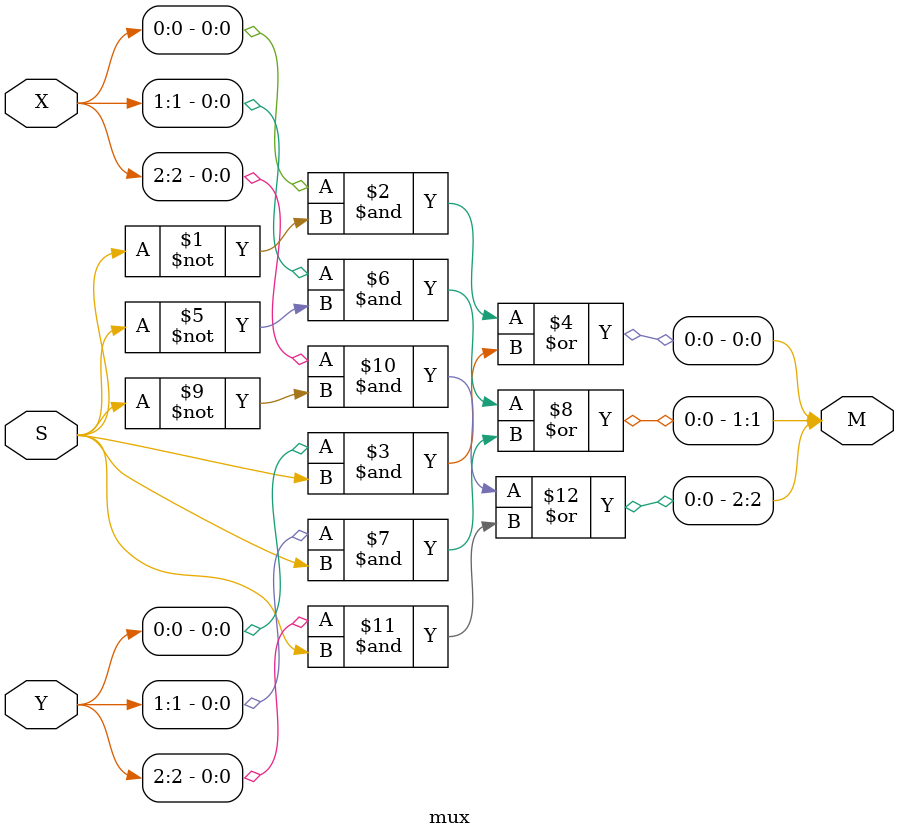
<source format=v>
module mux(X, Y, S, M);
   input [2:0] X, Y;
   input S;
   output [2:0] M;

   assign M[0] = X[0] & ~S | Y[0] & S;
   assign M[1] = X[1] & ~S | Y[1] & S;
   assign M[2] = X[2] & ~S | Y[2] & S;
endmodule // mux

</source>
